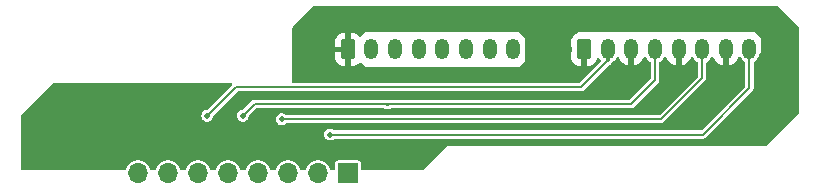
<source format=gbl>
%TF.GenerationSoftware,KiCad,Pcbnew,8.0.1*%
%TF.CreationDate,2024-04-09T17:17:27+02:00*%
%TF.ProjectId,vampire_pcb,76616d70-6972-4655-9f70-63622e6b6963,rev?*%
%TF.SameCoordinates,Original*%
%TF.FileFunction,Copper,L2,Bot*%
%TF.FilePolarity,Positive*%
%FSLAX46Y46*%
G04 Gerber Fmt 4.6, Leading zero omitted, Abs format (unit mm)*
G04 Created by KiCad (PCBNEW 8.0.1) date 2024-04-09 17:17:27*
%MOMM*%
%LPD*%
G01*
G04 APERTURE LIST*
G04 Aperture macros list*
%AMRoundRect*
0 Rectangle with rounded corners*
0 $1 Rounding radius*
0 $2 $3 $4 $5 $6 $7 $8 $9 X,Y pos of 4 corners*
0 Add a 4 corners polygon primitive as box body*
4,1,4,$2,$3,$4,$5,$6,$7,$8,$9,$2,$3,0*
0 Add four circle primitives for the rounded corners*
1,1,$1+$1,$2,$3*
1,1,$1+$1,$4,$5*
1,1,$1+$1,$6,$7*
1,1,$1+$1,$8,$9*
0 Add four rect primitives between the rounded corners*
20,1,$1+$1,$2,$3,$4,$5,0*
20,1,$1+$1,$4,$5,$6,$7,0*
20,1,$1+$1,$6,$7,$8,$9,0*
20,1,$1+$1,$8,$9,$2,$3,0*%
G04 Aperture macros list end*
%TA.AperFunction,ComponentPad*%
%ADD10RoundRect,0.250000X-0.350000X-0.625000X0.350000X-0.625000X0.350000X0.625000X-0.350000X0.625000X0*%
%TD*%
%TA.AperFunction,ComponentPad*%
%ADD11O,1.200000X1.750000*%
%TD*%
%TA.AperFunction,ComponentPad*%
%ADD12R,1.700000X1.700000*%
%TD*%
%TA.AperFunction,ComponentPad*%
%ADD13O,1.700000X1.700000*%
%TD*%
%TA.AperFunction,ViaPad*%
%ADD14C,0.500000*%
%TD*%
%TA.AperFunction,ViaPad*%
%ADD15C,0.700000*%
%TD*%
%TA.AperFunction,Conductor*%
%ADD16C,0.300000*%
%TD*%
%TA.AperFunction,Conductor*%
%ADD17C,0.200000*%
%TD*%
G04 APERTURE END LIST*
D10*
%TO.P,J4,1,Pin_1*%
%TO.N,GND*%
X138000000Y-54500000D03*
D11*
%TO.P,J4,2,Pin_2*%
%TO.N,SBL*%
X140000000Y-54500000D03*
%TO.P,J4,3,Pin_3*%
%TO.N,GND*%
X142000000Y-54500000D03*
%TO.P,J4,4,Pin_4*%
%TO.N,SBR*%
X144000000Y-54500000D03*
%TO.P,J4,5,Pin_5*%
%TO.N,GND*%
X146000000Y-54500000D03*
%TO.P,J4,6,Pin_6*%
%TO.N,SL*%
X148000000Y-54500000D03*
%TO.P,J4,7,Pin_7*%
%TO.N,GND*%
X150000000Y-54500000D03*
%TO.P,J4,8,Pin_8*%
%TO.N,SR*%
X152000000Y-54500000D03*
%TD*%
D12*
%TO.P,J1,1,Pin_1*%
%TO.N,FR*%
X118000000Y-65000000D03*
D13*
%TO.P,J1,2,Pin_2*%
%TO.N,SR*%
X115460000Y-65000000D03*
%TO.P,J1,3,Pin_3*%
%TO.N,CEN*%
X112920000Y-65000000D03*
%TO.P,J1,4,Pin_4*%
%TO.N,SL*%
X110380000Y-65000000D03*
%TO.P,J1,5,Pin_5*%
%TO.N,FL*%
X107840000Y-65000000D03*
%TO.P,J1,6,Pin_6*%
%TO.N,SBR*%
X105300000Y-65000000D03*
%TO.P,J1,7,Pin_7*%
%TO.N,SBL*%
X102760000Y-65000000D03*
%TO.P,J1,8,Pin_8*%
%TO.N,12V*%
X100220000Y-65000000D03*
%TD*%
D10*
%TO.P,J3,1,Pin_1*%
%TO.N,GND*%
X118000000Y-54500000D03*
D11*
%TO.P,J3,2,Pin_2*%
%TO.N,12V*%
X120000000Y-54500000D03*
%TO.P,J3,3,Pin_3*%
%TO.N,GND*%
X122000000Y-54500000D03*
%TO.P,J3,4,Pin_4*%
%TO.N,FL*%
X124000000Y-54500000D03*
%TO.P,J3,5,Pin_5*%
%TO.N,GND*%
X126000000Y-54500000D03*
%TO.P,J3,6,Pin_6*%
%TO.N,CEN*%
X128000000Y-54500000D03*
%TO.P,J3,7,Pin_7*%
%TO.N,GND*%
X130000000Y-54500000D03*
%TO.P,J3,8,Pin_8*%
%TO.N,FR*%
X132000000Y-54500000D03*
%TD*%
D14*
%TO.N,SBL*%
X106100000Y-60100000D03*
%TO.N,SR*%
X116500000Y-61700000D03*
%TO.N,SBR*%
X109100000Y-60100000D03*
%TO.N,SL*%
X112400000Y-60400000D03*
D15*
%TO.N,GND*%
X117200000Y-62600000D03*
X104900000Y-62700000D03*
X111900000Y-62600000D03*
X94250000Y-59500000D03*
X97250000Y-59500000D03*
X97250000Y-62750000D03*
X95750000Y-59500000D03*
X97250000Y-61000000D03*
%TD*%
D16*
%TO.N,SBL*%
X140000000Y-54500000D02*
X140000000Y-55400000D01*
D17*
X106100000Y-60100000D02*
X108500000Y-57700000D01*
X137700000Y-57700000D02*
X140000000Y-55400000D01*
X108500000Y-57700000D02*
X137700000Y-57700000D01*
%TO.N,SR*%
X116500000Y-61700000D02*
X148050000Y-61700000D01*
X148050000Y-61700000D02*
X152000000Y-57750000D01*
X152000000Y-57750000D02*
X152000000Y-54500000D01*
%TO.N,SBR*%
X142000000Y-59100000D02*
X144000000Y-57100000D01*
X109100000Y-60100000D02*
X110100000Y-59100000D01*
X121300000Y-59200000D02*
X121400000Y-59200000D01*
X110100000Y-59100000D02*
X142000000Y-59100000D01*
X144000000Y-57100000D02*
X144000000Y-54500000D01*
%TO.N,SL*%
X144500000Y-60400000D02*
X148000000Y-56900000D01*
X112400000Y-60400000D02*
X144500000Y-60400000D01*
X148000000Y-56900000D02*
X148000000Y-54500000D01*
%TD*%
%TA.AperFunction,Conductor*%
%TO.N,GND*%
G36*
X154391206Y-50820185D02*
G01*
X154411848Y-50836819D01*
X156163181Y-52588152D01*
X156196666Y-52649475D01*
X156199500Y-52675833D01*
X156199500Y-59824167D01*
X156179815Y-59891206D01*
X156163181Y-59911848D01*
X153411848Y-62663181D01*
X153350525Y-62696666D01*
X153324167Y-62699500D01*
X126539562Y-62699500D01*
X126460438Y-62699500D01*
X126422224Y-62709739D01*
X126384009Y-62719979D01*
X126384004Y-62719982D01*
X126315495Y-62759535D01*
X126315487Y-62759541D01*
X124411848Y-64663181D01*
X124350525Y-64696666D01*
X124324167Y-64699500D01*
X119224500Y-64699500D01*
X119157461Y-64679815D01*
X119111706Y-64627011D01*
X119100500Y-64575500D01*
X119100500Y-64125323D01*
X119100499Y-64125321D01*
X119085967Y-64052264D01*
X119085966Y-64052260D01*
X119030601Y-63969399D01*
X118947740Y-63914034D01*
X118947739Y-63914033D01*
X118947735Y-63914032D01*
X118874677Y-63899500D01*
X118874674Y-63899500D01*
X117125326Y-63899500D01*
X117125323Y-63899500D01*
X117052264Y-63914032D01*
X117052260Y-63914033D01*
X116969399Y-63969399D01*
X116914033Y-64052260D01*
X116914032Y-64052264D01*
X116899500Y-64125321D01*
X116899500Y-64575500D01*
X116879815Y-64642539D01*
X116827011Y-64688294D01*
X116775500Y-64699500D01*
X116612319Y-64699500D01*
X116545280Y-64679815D01*
X116499525Y-64627011D01*
X116493056Y-64609445D01*
X116490582Y-64600750D01*
X116399673Y-64418179D01*
X116276764Y-64255421D01*
X116276762Y-64255418D01*
X116126041Y-64118019D01*
X116126039Y-64118017D01*
X115952642Y-64010655D01*
X115952635Y-64010651D01*
X115846150Y-63969399D01*
X115762456Y-63936976D01*
X115561976Y-63899500D01*
X115358024Y-63899500D01*
X115157544Y-63936976D01*
X115157541Y-63936976D01*
X115157541Y-63936977D01*
X114967364Y-64010651D01*
X114967357Y-64010655D01*
X114793960Y-64118017D01*
X114793958Y-64118019D01*
X114643237Y-64255418D01*
X114520327Y-64418178D01*
X114429422Y-64600739D01*
X114429419Y-64600747D01*
X114429418Y-64600750D01*
X114426945Y-64609438D01*
X114389666Y-64668529D01*
X114326356Y-64698086D01*
X114307681Y-64699500D01*
X114072319Y-64699500D01*
X114005280Y-64679815D01*
X113959525Y-64627011D01*
X113953056Y-64609445D01*
X113950582Y-64600750D01*
X113859673Y-64418179D01*
X113736764Y-64255421D01*
X113736762Y-64255418D01*
X113586041Y-64118019D01*
X113586039Y-64118017D01*
X113412642Y-64010655D01*
X113412635Y-64010651D01*
X113306150Y-63969399D01*
X113222456Y-63936976D01*
X113021976Y-63899500D01*
X112818024Y-63899500D01*
X112617544Y-63936976D01*
X112617541Y-63936976D01*
X112617541Y-63936977D01*
X112427364Y-64010651D01*
X112427357Y-64010655D01*
X112253960Y-64118017D01*
X112253958Y-64118019D01*
X112103237Y-64255418D01*
X111980327Y-64418178D01*
X111889422Y-64600739D01*
X111889419Y-64600747D01*
X111889418Y-64600750D01*
X111886945Y-64609438D01*
X111849666Y-64668529D01*
X111786356Y-64698086D01*
X111767681Y-64699500D01*
X111532319Y-64699500D01*
X111465280Y-64679815D01*
X111419525Y-64627011D01*
X111413056Y-64609445D01*
X111410582Y-64600750D01*
X111319673Y-64418179D01*
X111196764Y-64255421D01*
X111196762Y-64255418D01*
X111046041Y-64118019D01*
X111046039Y-64118017D01*
X110872642Y-64010655D01*
X110872635Y-64010651D01*
X110766150Y-63969399D01*
X110682456Y-63936976D01*
X110481976Y-63899500D01*
X110278024Y-63899500D01*
X110077544Y-63936976D01*
X110077541Y-63936976D01*
X110077541Y-63936977D01*
X109887364Y-64010651D01*
X109887357Y-64010655D01*
X109713960Y-64118017D01*
X109713958Y-64118019D01*
X109563237Y-64255418D01*
X109440327Y-64418178D01*
X109349422Y-64600739D01*
X109349419Y-64600747D01*
X109349418Y-64600750D01*
X109346945Y-64609438D01*
X109309666Y-64668529D01*
X109246356Y-64698086D01*
X109227681Y-64699500D01*
X108992319Y-64699500D01*
X108925280Y-64679815D01*
X108879525Y-64627011D01*
X108873056Y-64609445D01*
X108870582Y-64600750D01*
X108779673Y-64418179D01*
X108656764Y-64255421D01*
X108656762Y-64255418D01*
X108506041Y-64118019D01*
X108506039Y-64118017D01*
X108332642Y-64010655D01*
X108332635Y-64010651D01*
X108226150Y-63969399D01*
X108142456Y-63936976D01*
X107941976Y-63899500D01*
X107738024Y-63899500D01*
X107537544Y-63936976D01*
X107537541Y-63936976D01*
X107537541Y-63936977D01*
X107347364Y-64010651D01*
X107347357Y-64010655D01*
X107173960Y-64118017D01*
X107173958Y-64118019D01*
X107023237Y-64255418D01*
X106900327Y-64418178D01*
X106809422Y-64600739D01*
X106809419Y-64600747D01*
X106809418Y-64600750D01*
X106806945Y-64609438D01*
X106769666Y-64668529D01*
X106706356Y-64698086D01*
X106687681Y-64699500D01*
X106452319Y-64699500D01*
X106385280Y-64679815D01*
X106339525Y-64627011D01*
X106333056Y-64609445D01*
X106330582Y-64600750D01*
X106239673Y-64418179D01*
X106116764Y-64255421D01*
X106116762Y-64255418D01*
X105966041Y-64118019D01*
X105966039Y-64118017D01*
X105792642Y-64010655D01*
X105792635Y-64010651D01*
X105686150Y-63969399D01*
X105602456Y-63936976D01*
X105401976Y-63899500D01*
X105198024Y-63899500D01*
X104997544Y-63936976D01*
X104997541Y-63936976D01*
X104997541Y-63936977D01*
X104807364Y-64010651D01*
X104807357Y-64010655D01*
X104633960Y-64118017D01*
X104633958Y-64118019D01*
X104483237Y-64255418D01*
X104360327Y-64418178D01*
X104269422Y-64600739D01*
X104269419Y-64600747D01*
X104269418Y-64600750D01*
X104266945Y-64609438D01*
X104229666Y-64668529D01*
X104166356Y-64698086D01*
X104147681Y-64699500D01*
X103912319Y-64699500D01*
X103845280Y-64679815D01*
X103799525Y-64627011D01*
X103793056Y-64609445D01*
X103790582Y-64600750D01*
X103699673Y-64418179D01*
X103576764Y-64255421D01*
X103576762Y-64255418D01*
X103426041Y-64118019D01*
X103426039Y-64118017D01*
X103252642Y-64010655D01*
X103252635Y-64010651D01*
X103146150Y-63969399D01*
X103062456Y-63936976D01*
X102861976Y-63899500D01*
X102658024Y-63899500D01*
X102457544Y-63936976D01*
X102457541Y-63936976D01*
X102457541Y-63936977D01*
X102267364Y-64010651D01*
X102267357Y-64010655D01*
X102093960Y-64118017D01*
X102093958Y-64118019D01*
X101943237Y-64255418D01*
X101820327Y-64418178D01*
X101729422Y-64600739D01*
X101729419Y-64600747D01*
X101729418Y-64600750D01*
X101726945Y-64609438D01*
X101689666Y-64668529D01*
X101626356Y-64698086D01*
X101607681Y-64699500D01*
X101372319Y-64699500D01*
X101305280Y-64679815D01*
X101259525Y-64627011D01*
X101253056Y-64609445D01*
X101250582Y-64600750D01*
X101159673Y-64418179D01*
X101036764Y-64255421D01*
X101036762Y-64255418D01*
X100886041Y-64118019D01*
X100886039Y-64118017D01*
X100712642Y-64010655D01*
X100712635Y-64010651D01*
X100606150Y-63969399D01*
X100522456Y-63936976D01*
X100321976Y-63899500D01*
X100118024Y-63899500D01*
X99917544Y-63936976D01*
X99917541Y-63936976D01*
X99917541Y-63936977D01*
X99727364Y-64010651D01*
X99727357Y-64010655D01*
X99553960Y-64118017D01*
X99553958Y-64118019D01*
X99403237Y-64255418D01*
X99280327Y-64418178D01*
X99189422Y-64600739D01*
X99189419Y-64600747D01*
X99189418Y-64600750D01*
X99186945Y-64609438D01*
X99149666Y-64668529D01*
X99086356Y-64698086D01*
X99067681Y-64699500D01*
X90424500Y-64699500D01*
X90357461Y-64679815D01*
X90311706Y-64627011D01*
X90300500Y-64575500D01*
X90300500Y-60175833D01*
X90320185Y-60108794D01*
X90336819Y-60088152D01*
X93088152Y-57336819D01*
X93149475Y-57303334D01*
X93175833Y-57300500D01*
X108104456Y-57300500D01*
X108171495Y-57320185D01*
X108217250Y-57372989D01*
X108227194Y-57442147D01*
X108198169Y-57505703D01*
X108192137Y-57512181D01*
X106141137Y-59563181D01*
X106079814Y-59596666D01*
X106053456Y-59599500D01*
X106028036Y-59599500D01*
X105889949Y-59640045D01*
X105768873Y-59717856D01*
X105674623Y-59826626D01*
X105674622Y-59826628D01*
X105614834Y-59957543D01*
X105594353Y-60100000D01*
X105614834Y-60242456D01*
X105674622Y-60373371D01*
X105674623Y-60373373D01*
X105768872Y-60482143D01*
X105889947Y-60559953D01*
X105889950Y-60559954D01*
X105889949Y-60559954D01*
X106028036Y-60600499D01*
X106028038Y-60600500D01*
X106028039Y-60600500D01*
X106171962Y-60600500D01*
X106171962Y-60600499D01*
X106310053Y-60559953D01*
X106431128Y-60482143D01*
X106525377Y-60373373D01*
X106585165Y-60242457D01*
X106601447Y-60129208D01*
X106630470Y-60065656D01*
X106636489Y-60059191D01*
X108608863Y-58086819D01*
X108670186Y-58053334D01*
X108696544Y-58050500D01*
X137746142Y-58050500D01*
X137746144Y-58050500D01*
X137835288Y-58026614D01*
X137915212Y-57980470D01*
X140087227Y-55808453D01*
X140142817Y-55776360D01*
X140154587Y-55773207D01*
X140245913Y-55720480D01*
X140320480Y-55645913D01*
X140364456Y-55569743D01*
X140402951Y-55528644D01*
X140542162Y-55435626D01*
X140660626Y-55317162D01*
X140686996Y-55277697D01*
X140753703Y-55177863D01*
X140753703Y-55177861D01*
X140757087Y-55172798D01*
X140758099Y-55173474D01*
X140802557Y-55128209D01*
X140870693Y-55112743D01*
X140936375Y-55136570D01*
X140978748Y-55192124D01*
X140980406Y-55196810D01*
X140980588Y-55197251D01*
X141059195Y-55351524D01*
X141160967Y-55491602D01*
X141283397Y-55614032D01*
X141423475Y-55715804D01*
X141577744Y-55794408D01*
X141742415Y-55847914D01*
X141742414Y-55847914D01*
X141749999Y-55849115D01*
X141750000Y-55849114D01*
X141750000Y-54924000D01*
X141769685Y-54856961D01*
X141809107Y-54822800D01*
X141855255Y-54849444D01*
X141950630Y-54875000D01*
X142049370Y-54875000D01*
X142144745Y-54849444D01*
X142194122Y-54820935D01*
X142238794Y-54872489D01*
X142250000Y-54924000D01*
X142250000Y-55849115D01*
X142257584Y-55847914D01*
X142422255Y-55794408D01*
X142576524Y-55715804D01*
X142716602Y-55614032D01*
X142839032Y-55491602D01*
X142940804Y-55351524D01*
X143019411Y-55197251D01*
X143021271Y-55192760D01*
X143022475Y-55193258D01*
X143058540Y-55140512D01*
X143122898Y-55113311D01*
X143191745Y-55125222D01*
X143243223Y-55172464D01*
X143246254Y-55177798D01*
X143339373Y-55317162D01*
X143457837Y-55435626D01*
X143594391Y-55526868D01*
X143639196Y-55580480D01*
X143649500Y-55629970D01*
X143649500Y-56903456D01*
X143629815Y-56970495D01*
X143613181Y-56991137D01*
X141891137Y-58713181D01*
X141829814Y-58746666D01*
X141803456Y-58749500D01*
X110053856Y-58749500D01*
X109964712Y-58773386D01*
X109964709Y-58773387D01*
X109884791Y-58819527D01*
X109884786Y-58819531D01*
X109141137Y-59563181D01*
X109079814Y-59596666D01*
X109053456Y-59599500D01*
X109028036Y-59599500D01*
X108889949Y-59640045D01*
X108768873Y-59717856D01*
X108674623Y-59826626D01*
X108674622Y-59826628D01*
X108614834Y-59957543D01*
X108594353Y-60100000D01*
X108614834Y-60242456D01*
X108674622Y-60373371D01*
X108674623Y-60373373D01*
X108768872Y-60482143D01*
X108889947Y-60559953D01*
X108889950Y-60559954D01*
X108889949Y-60559954D01*
X109028036Y-60600499D01*
X109028038Y-60600500D01*
X109028039Y-60600500D01*
X109171962Y-60600500D01*
X109171962Y-60600499D01*
X109310053Y-60559953D01*
X109431128Y-60482143D01*
X109525377Y-60373373D01*
X109585165Y-60242457D01*
X109601447Y-60129208D01*
X109630470Y-60065656D01*
X109636488Y-60059192D01*
X110208863Y-59486819D01*
X110270186Y-59453334D01*
X110296544Y-59450500D01*
X121003640Y-59450500D01*
X121070679Y-59470185D01*
X121079129Y-59476126D01*
X121084784Y-59480465D01*
X121084788Y-59480469D01*
X121084792Y-59480471D01*
X121084793Y-59480472D01*
X121164706Y-59526611D01*
X121164707Y-59526611D01*
X121164712Y-59526614D01*
X121253856Y-59550500D01*
X121253858Y-59550500D01*
X121446142Y-59550500D01*
X121446144Y-59550500D01*
X121535288Y-59526614D01*
X121615212Y-59480469D01*
X121615218Y-59480462D01*
X121620871Y-59476126D01*
X121686040Y-59450930D01*
X121696360Y-59450500D01*
X142046142Y-59450500D01*
X142046144Y-59450500D01*
X142135288Y-59426614D01*
X142215212Y-59380470D01*
X144280470Y-57315212D01*
X144326614Y-57235288D01*
X144328936Y-57226619D01*
X144328939Y-57226615D01*
X144328938Y-57226615D01*
X144333965Y-57207853D01*
X144350500Y-57146144D01*
X144350500Y-55629970D01*
X144370185Y-55562931D01*
X144405609Y-55526868D01*
X144542162Y-55435626D01*
X144660626Y-55317162D01*
X144686996Y-55277697D01*
X144753703Y-55177863D01*
X144753703Y-55177861D01*
X144757087Y-55172798D01*
X144758099Y-55173474D01*
X144802557Y-55128209D01*
X144870693Y-55112743D01*
X144936375Y-55136570D01*
X144978748Y-55192124D01*
X144980406Y-55196810D01*
X144980588Y-55197251D01*
X145059195Y-55351524D01*
X145160967Y-55491602D01*
X145283397Y-55614032D01*
X145423475Y-55715804D01*
X145577744Y-55794408D01*
X145742415Y-55847914D01*
X145742414Y-55847914D01*
X145749999Y-55849115D01*
X145750000Y-55849114D01*
X145750000Y-54924000D01*
X145769685Y-54856961D01*
X145809107Y-54822800D01*
X145855255Y-54849444D01*
X145950630Y-54875000D01*
X146049370Y-54875000D01*
X146144745Y-54849444D01*
X146194122Y-54820935D01*
X146238794Y-54872489D01*
X146250000Y-54924000D01*
X146250000Y-55849115D01*
X146257584Y-55847914D01*
X146422255Y-55794408D01*
X146576524Y-55715804D01*
X146716602Y-55614032D01*
X146839032Y-55491602D01*
X146940804Y-55351524D01*
X147019411Y-55197251D01*
X147021271Y-55192760D01*
X147022475Y-55193258D01*
X147058540Y-55140512D01*
X147122898Y-55113311D01*
X147191745Y-55125222D01*
X147243223Y-55172464D01*
X147246254Y-55177798D01*
X147339373Y-55317162D01*
X147457837Y-55435626D01*
X147594391Y-55526868D01*
X147639196Y-55580480D01*
X147649500Y-55629970D01*
X147649500Y-56703456D01*
X147629815Y-56770495D01*
X147613181Y-56791137D01*
X144391137Y-60013181D01*
X144329814Y-60046666D01*
X144303456Y-60049500D01*
X112813895Y-60049500D01*
X112746856Y-60029815D01*
X112732688Y-60019210D01*
X112731132Y-60017862D01*
X112731128Y-60017857D01*
X112610053Y-59940047D01*
X112610051Y-59940046D01*
X112610049Y-59940045D01*
X112610050Y-59940045D01*
X112471963Y-59899500D01*
X112471961Y-59899500D01*
X112328039Y-59899500D01*
X112328036Y-59899500D01*
X112189949Y-59940045D01*
X112068873Y-60017856D01*
X111974623Y-60126626D01*
X111974622Y-60126628D01*
X111914834Y-60257543D01*
X111894353Y-60400000D01*
X111914834Y-60542456D01*
X111974622Y-60673371D01*
X111974623Y-60673373D01*
X112068872Y-60782143D01*
X112189947Y-60859953D01*
X112189950Y-60859954D01*
X112189949Y-60859954D01*
X112328036Y-60900499D01*
X112328038Y-60900500D01*
X112328039Y-60900500D01*
X112471962Y-60900500D01*
X112471962Y-60900499D01*
X112610053Y-60859953D01*
X112731128Y-60782143D01*
X112731136Y-60782133D01*
X112732688Y-60780790D01*
X112734572Y-60779929D01*
X112738589Y-60777348D01*
X112738960Y-60777925D01*
X112796243Y-60751763D01*
X112813895Y-60750500D01*
X144546142Y-60750500D01*
X144546144Y-60750500D01*
X144635288Y-60726614D01*
X144715212Y-60680470D01*
X148280469Y-57115213D01*
X148326614Y-57035288D01*
X148350500Y-56946144D01*
X148350500Y-55629970D01*
X148370185Y-55562931D01*
X148405609Y-55526868D01*
X148542162Y-55435626D01*
X148660626Y-55317162D01*
X148686996Y-55277697D01*
X148753703Y-55177863D01*
X148753703Y-55177861D01*
X148757087Y-55172798D01*
X148758099Y-55173474D01*
X148802557Y-55128209D01*
X148870693Y-55112743D01*
X148936375Y-55136570D01*
X148978748Y-55192124D01*
X148980406Y-55196810D01*
X148980588Y-55197251D01*
X149059195Y-55351524D01*
X149160967Y-55491602D01*
X149283397Y-55614032D01*
X149423475Y-55715804D01*
X149577744Y-55794408D01*
X149742415Y-55847914D01*
X149742414Y-55847914D01*
X149749999Y-55849115D01*
X149750000Y-55849114D01*
X149750000Y-54924000D01*
X149769685Y-54856961D01*
X149809107Y-54822800D01*
X149855255Y-54849444D01*
X149950630Y-54875000D01*
X150049370Y-54875000D01*
X150144745Y-54849444D01*
X150194122Y-54820935D01*
X150238794Y-54872489D01*
X150250000Y-54924000D01*
X150250000Y-55849115D01*
X150257584Y-55847914D01*
X150422255Y-55794408D01*
X150576524Y-55715804D01*
X150716602Y-55614032D01*
X150839032Y-55491602D01*
X150940804Y-55351524D01*
X151019411Y-55197251D01*
X151021271Y-55192760D01*
X151022475Y-55193258D01*
X151058540Y-55140512D01*
X151122898Y-55113311D01*
X151191745Y-55125222D01*
X151243223Y-55172464D01*
X151246254Y-55177798D01*
X151339373Y-55317162D01*
X151457837Y-55435626D01*
X151594391Y-55526868D01*
X151639196Y-55580480D01*
X151649500Y-55629970D01*
X151649500Y-57553456D01*
X151629815Y-57620495D01*
X151613181Y-57641137D01*
X147941137Y-61313181D01*
X147879814Y-61346666D01*
X147853456Y-61349500D01*
X116913895Y-61349500D01*
X116846856Y-61329815D01*
X116832688Y-61319210D01*
X116831132Y-61317862D01*
X116831128Y-61317857D01*
X116710053Y-61240047D01*
X116710051Y-61240046D01*
X116710049Y-61240045D01*
X116710050Y-61240045D01*
X116571963Y-61199500D01*
X116571961Y-61199500D01*
X116428039Y-61199500D01*
X116428036Y-61199500D01*
X116289949Y-61240045D01*
X116168873Y-61317856D01*
X116074623Y-61426626D01*
X116074622Y-61426628D01*
X116014834Y-61557543D01*
X115994353Y-61700000D01*
X116014834Y-61842456D01*
X116074622Y-61973371D01*
X116074623Y-61973373D01*
X116168872Y-62082143D01*
X116289947Y-62159953D01*
X116289950Y-62159954D01*
X116289949Y-62159954D01*
X116428036Y-62200499D01*
X116428038Y-62200500D01*
X116428039Y-62200500D01*
X116571962Y-62200500D01*
X116571962Y-62200499D01*
X116710053Y-62159953D01*
X116831128Y-62082143D01*
X116831136Y-62082133D01*
X116832688Y-62080790D01*
X116834572Y-62079929D01*
X116838589Y-62077348D01*
X116838960Y-62077925D01*
X116896243Y-62051763D01*
X116913895Y-62050500D01*
X148096142Y-62050500D01*
X148096144Y-62050500D01*
X148185288Y-62026614D01*
X148265212Y-61980470D01*
X152280470Y-57965212D01*
X152326614Y-57885288D01*
X152350500Y-57796143D01*
X152350500Y-57703856D01*
X152350500Y-55629970D01*
X152370185Y-55562931D01*
X152405609Y-55526868D01*
X152542162Y-55435626D01*
X152660626Y-55317162D01*
X152675445Y-55294984D01*
X152753703Y-55177863D01*
X152817816Y-55023082D01*
X152829132Y-54966191D01*
X152842337Y-54899809D01*
X152874722Y-54837898D01*
X152935437Y-54803324D01*
X152963954Y-54800000D01*
X153000000Y-54800000D01*
X153000000Y-53500000D01*
X152500000Y-53000000D01*
X137500000Y-53000000D01*
X137392484Y-53107516D01*
X137284967Y-53215032D01*
X137262384Y-53232888D01*
X137181656Y-53282682D01*
X137057682Y-53406656D01*
X137007830Y-53487479D01*
X137001353Y-53495684D01*
X136994536Y-53509033D01*
X136965642Y-53555878D01*
X136910494Y-53722302D01*
X136910493Y-53722309D01*
X136900000Y-53825013D01*
X136900000Y-54250000D01*
X136909976Y-54259976D01*
X136943039Y-54269685D01*
X136988794Y-54322489D01*
X137000000Y-54374000D01*
X137000000Y-54626000D01*
X136980315Y-54693039D01*
X136927511Y-54738794D01*
X136906673Y-54743327D01*
X136900001Y-54750000D01*
X136900001Y-55174986D01*
X136910494Y-55277697D01*
X136965641Y-55444119D01*
X136965643Y-55444124D01*
X137057684Y-55593345D01*
X137181654Y-55717315D01*
X137330875Y-55809356D01*
X137330880Y-55809358D01*
X137497302Y-55864505D01*
X137497309Y-55864506D01*
X137600019Y-55874999D01*
X137749999Y-55874999D01*
X137750000Y-55874998D01*
X137750000Y-54924000D01*
X137769685Y-54856961D01*
X137809107Y-54822800D01*
X137855255Y-54849444D01*
X137950630Y-54875000D01*
X138049370Y-54875000D01*
X138144745Y-54849444D01*
X138194122Y-54820935D01*
X138238794Y-54872489D01*
X138250000Y-54924000D01*
X138250000Y-55874999D01*
X138399972Y-55874999D01*
X138399986Y-55874998D01*
X138502697Y-55864505D01*
X138669119Y-55809358D01*
X138669124Y-55809356D01*
X138818345Y-55717315D01*
X138942315Y-55593345D01*
X139034356Y-55444124D01*
X139034359Y-55444117D01*
X139083776Y-55294984D01*
X139123548Y-55237539D01*
X139188063Y-55210715D01*
X139256839Y-55223030D01*
X139304584Y-55265096D01*
X139339373Y-55317161D01*
X139339376Y-55317165D01*
X139375582Y-55353370D01*
X139409068Y-55414692D01*
X139404084Y-55484384D01*
X139375583Y-55528733D01*
X137591137Y-57313181D01*
X137529814Y-57346666D01*
X137503456Y-57349500D01*
X113359978Y-57349500D01*
X113292939Y-57329815D01*
X113247184Y-57277011D01*
X113237240Y-57207853D01*
X113252590Y-57163501D01*
X113262611Y-57146144D01*
X113280021Y-57115989D01*
X113300500Y-57039562D01*
X113300500Y-54250000D01*
X116900000Y-54250000D01*
X117719670Y-54250000D01*
X117699925Y-54269745D01*
X117650556Y-54355255D01*
X117625000Y-54450630D01*
X117625000Y-54549370D01*
X117650556Y-54644745D01*
X117699925Y-54730255D01*
X117719670Y-54750000D01*
X116900001Y-54750000D01*
X116900001Y-55174986D01*
X116910494Y-55277697D01*
X116965641Y-55444119D01*
X116965643Y-55444124D01*
X117057684Y-55593345D01*
X117181654Y-55717315D01*
X117330875Y-55809356D01*
X117330880Y-55809358D01*
X117497302Y-55864505D01*
X117497309Y-55864506D01*
X117600019Y-55874999D01*
X117749999Y-55874999D01*
X117750000Y-55874998D01*
X117750000Y-54780330D01*
X117769745Y-54800075D01*
X117855255Y-54849444D01*
X117950630Y-54875000D01*
X118049370Y-54875000D01*
X118144745Y-54849444D01*
X118230255Y-54800075D01*
X118250000Y-54780330D01*
X118250000Y-55874999D01*
X118399972Y-55874999D01*
X118399986Y-55874998D01*
X118502697Y-55864505D01*
X118669119Y-55809358D01*
X118669124Y-55809356D01*
X118818342Y-55717317D01*
X118930148Y-55605511D01*
X118991471Y-55572026D01*
X119061163Y-55577010D01*
X119105511Y-55605511D01*
X119500000Y-56000000D01*
X132500000Y-56000000D01*
X133000000Y-55500000D01*
X133000000Y-53500000D01*
X132500000Y-53000000D01*
X119500000Y-53000000D01*
X119499999Y-53000000D01*
X119105511Y-53394488D01*
X119044188Y-53427973D01*
X118974496Y-53422989D01*
X118930149Y-53394488D01*
X118818345Y-53282684D01*
X118669124Y-53190643D01*
X118669119Y-53190641D01*
X118502697Y-53135494D01*
X118502690Y-53135493D01*
X118399986Y-53125000D01*
X118250000Y-53125000D01*
X118250000Y-54219670D01*
X118230255Y-54199925D01*
X118144745Y-54150556D01*
X118049370Y-54125000D01*
X117950630Y-54125000D01*
X117855255Y-54150556D01*
X117769745Y-54199925D01*
X117750000Y-54219670D01*
X117750000Y-53125000D01*
X117600027Y-53125000D01*
X117600012Y-53125001D01*
X117497302Y-53135494D01*
X117330880Y-53190641D01*
X117330875Y-53190643D01*
X117181654Y-53282684D01*
X117057684Y-53406654D01*
X116965643Y-53555875D01*
X116965641Y-53555880D01*
X116910494Y-53722302D01*
X116910493Y-53722309D01*
X116900000Y-53825013D01*
X116900000Y-54250000D01*
X113300500Y-54250000D01*
X113300500Y-52675833D01*
X113320185Y-52608794D01*
X113336819Y-52588152D01*
X115088152Y-50836819D01*
X115149475Y-50803334D01*
X115175833Y-50800500D01*
X154324167Y-50800500D01*
X154391206Y-50820185D01*
G37*
%TD.AperFunction*%
%TD*%
M02*

</source>
